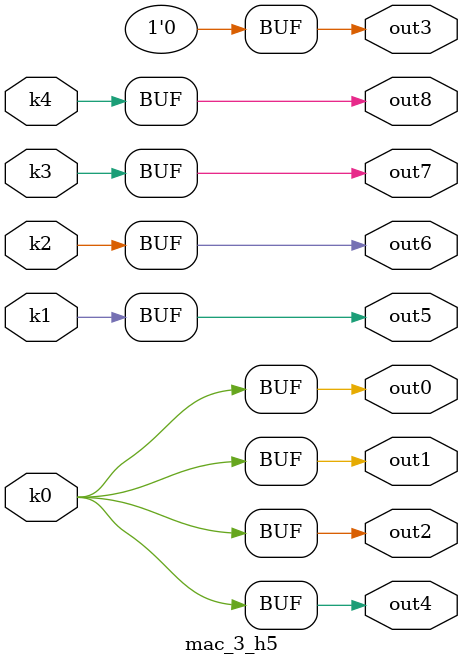
<source format=v>
module mac_3(pi0, pi1, pi2, pi3, pi4, pi5, pi6, pi7, pi8, po0, po1, po2, po3, po4, po5, po6, po7, po8);
input pi0, pi1, pi2, pi3, pi4, pi5, pi6, pi7, pi8;
output po0, po1, po2, po3, po4, po5, po6, po7, po8;
wire k0, k1, k2, k3, k4;
mac_3_w5 DUT1 (pi0, pi1, pi2, pi3, pi4, pi5, pi6, pi7, pi8, k0, k1, k2, k3, k4);
mac_3_h5 DUT2 (k0, k1, k2, k3, k4, po0, po1, po2, po3, po4, po5, po6, po7, po8);
endmodule

module mac_3_w5(in8, in7, in6, in5, in4, in3, in2, in1, in0, k4, k3, k2, k1, k0);
input in8, in7, in6, in5, in4, in3, in2, in1, in0;
output k4, k3, k2, k1, k0;
assign k0 =   (in1 & (~in6 | ~in4)) | (in6 & in4 & ~in1);
assign k1 =   in3;
assign k2 =   in4;
assign k3 =   in7;
assign k4 =   in8;
endmodule

module mac_3_h5(k4, k3, k2, k1, k0, out8, out7, out6, out5, out4, out3, out2, out1, out0);
input k4, k3, k2, k1, k0;
output out8, out7, out6, out5, out4, out3, out2, out1, out0;
assign out0 = k0;
assign out1 = k0;
assign out2 = k0;
assign out3 = 0;
assign out4 = k0;
assign out5 = k1;
assign out6 = k2;
assign out7 = k3;
assign out8 = k4;
endmodule

</source>
